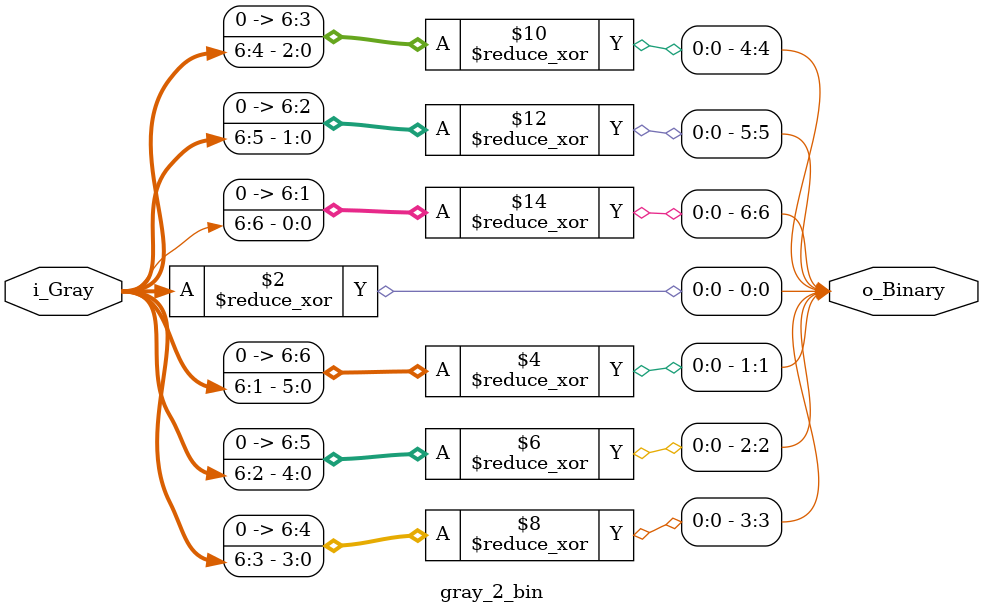
<source format=sv>
`timescale 1ns / 1ps


module gray_2_bin#(parameter POINTER = 6) (

  input  [POINTER:0] i_Gray,
  output [POINTER:0] o_Binary
  );
  
  genvar i;
  generate
    for(i=0; i<(POINTER+1); i++) begin
      assign o_Binary[i] = ^(i_Gray >> i);
    end
  endgenerate
  
endmodule

</source>
